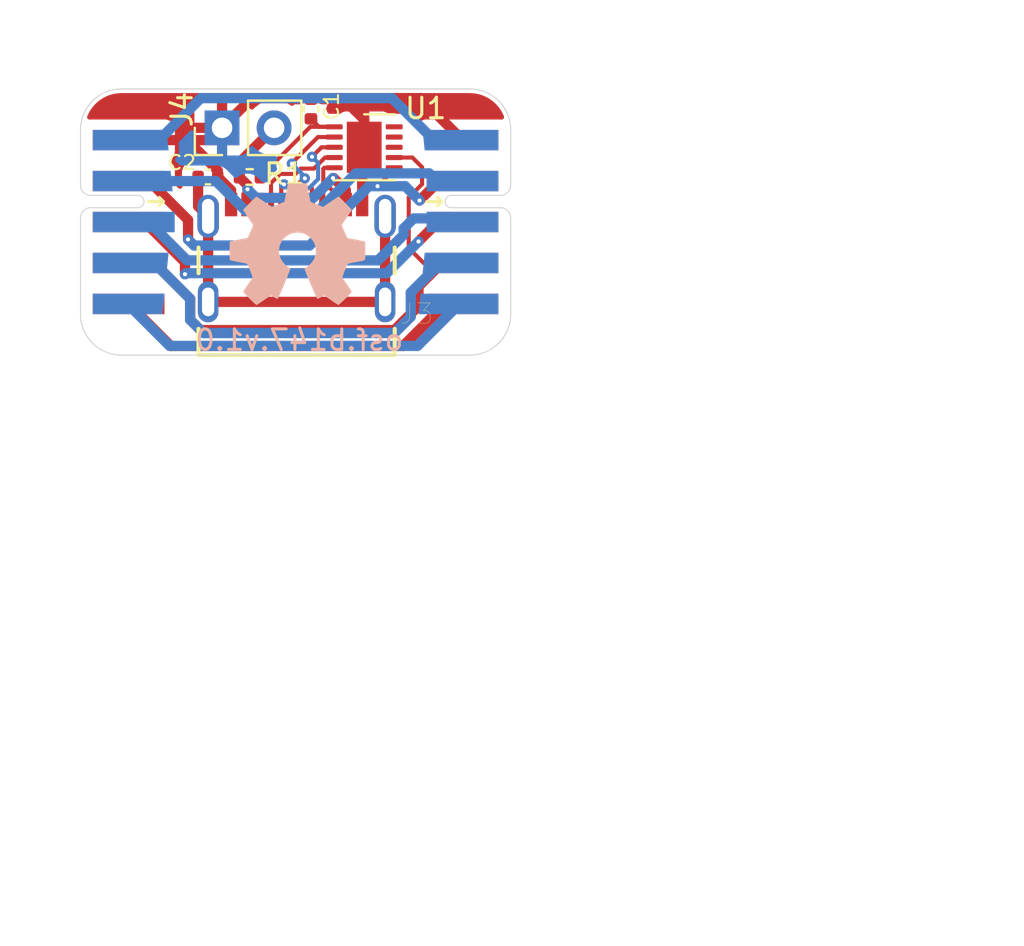
<source format=kicad_pcb>
(kicad_pcb (version 20221018) (generator pcbnew)
  (layers (0 "F.Cu" signal) (31 "B.Cu" signal) (34 "B.Paste" user) (35 "F.Paste" user) (36 "B.SilkS" user "B.Silkscreen") (37 "F.SilkS" user "F.Silkscreen") (38 "B.Mask" user) (39 "F.Mask" user) (44 "Edge.Cuts" user))
  (net 0 "")
  (net 1 "GND")
  (net 2 "Net-(J1-CS{slash}EN)")
  (net 3 "Net-(J1-INT)")
  (net 4 "Net-(J1-~{RESET})")
  (net 5 "Net-(J1-3.3V)")
  (net 6 "Net-(J1-5V)")
  (net 7 "Net-(U1-VIN)")
  (net 8 "/USB_PD/VBUS")
  (net 9 "/USB_PD/D+")
  (net 10 "/USB_PD/D-")
  (net 11 "/USB_PD/CC1")
  (net 12 "/USB_PD/CC2")
  (net 13 "/USB_PD/SDA")
  (net 14 "/USB_PD/SCL")
  (net 15 "/USB_PD/VSET")
  (net 16 "/USB_PD/ISET")
  (net 17 "/USB_PD/GATE")
  (net 18 "Net-(C2-Pad1)")
  (net 21 "Net-(J1-SCL)")
  (net 22 "Net-(J1-status)")
  (footprint "Package_DFN_QFN:DFN-10-1EP_3x3mm_P0.5mm_EP1.7x2.5mm" (layer "F.Cu") (at 153.85 92.85)
    (fp_text reference "U1" (at 3 -1.9) (layer "F.SilkS"))
    (fp_text value "HUSB238")
    (fp_line (start -1.5 1.61) (end 1.5 1.61) (stroke (width 0.12)) (layer "F.SilkS"))
    (fp_line (start 0 -1.61) (end 1.5 -1.61) (stroke (width 0.12)) (layer "F.SilkS"))
    (pad "1" smd roundrect (at -1.4625 -1) (size 0.825 0.25) (layers "F.Cu" "F.Paste" "F.Mask") (net 7 "Net-(U1-VIN)"))
    (pad "2" smd roundrect (at -1.4625 -0.5) (size 0.825 0.25) (layers "F.Cu" "F.Paste" "F.Mask") (net 9 "/USB_PD/D+"))
    (pad "3" smd roundrect (at -1.4625 0) (size 0.825 0.25) (layers "F.Cu" "F.Paste" "F.Mask") (net 10 "/USB_PD/D-"))
    (pad "4" smd roundrect (at -1.4625 0.5) (size 0.825 0.25) (layers "F.Cu" "F.Paste" "F.Mask") (net 11 "/USB_PD/CC1"))
    (pad "5" smd roundrect (at -1.4625 1) (size 0.825 0.25) (layers "F.Cu" "F.Paste" "F.Mask") (net 12 "/USB_PD/CC2"))
    (pad "6" smd roundrect (at 1.4625 1) (size 0.825 0.25) (layers "F.Cu" "F.Paste" "F.Mask") (net 13 "/USB_PD/SDA"))
    (pad "7" smd roundrect (at 1.4625 0.5) (size 0.825 0.25) (layers "F.Cu" "F.Paste" "F.Mask") (net 14 "/USB_PD/SCL"))
    (pad "8" smd roundrect (at 1.4625 0) (size 0.825 0.25) (layers "F.Cu" "F.Paste" "F.Mask") (net 15 "/USB_PD/VSET"))
    (pad "9" smd roundrect (at 1.4625 -0.5) (size 0.825 0.25) (layers "F.Cu" "F.Paste" "F.Mask") (net 16 "/USB_PD/ISET"))
    (pad "10" smd roundrect (at 1.4625 -1) (size 0.825 0.25) (layers "F.Cu" "F.Paste" "F.Mask") (net 17 "/USB_PD/GATE"))
    (pad "11" smd rect (at 0 0) (size 1.7 2.5) (layers "F.Cu" "F.Mask") (net 1 "GND"))
  )
  (footprint "Connector_PinHeader_2.54mm:PinHeader_1x02_P2.54mm_Vertical" (layer "F.Cu") (at 146.91 91.9 90)
    (fp_text reference "J4" (at 0.9 -1.96 90) (layer "F.SilkS"))
    (fp_text value "Conn_01x02_Pin")
    (fp_line (start -1.33 -1.33) (end 0 -1.33) (stroke (width 0.12)) (layer "F.SilkS"))
    (fp_line (start -1.33 0) (end -1.33 -1.33) (stroke (width 0.12)) (layer "F.SilkS"))
    (fp_line (start -1.33 1.27) (end -1.33 3.87) (stroke (width 0.12)) (layer "F.SilkS"))
    (fp_line (start -1.33 1.27) (end 1.33 1.27) (stroke (width 0.12)) (layer "F.SilkS"))
    (fp_line (start -1.33 3.87) (end 1.33 3.87) (stroke (width 0.12)) (layer "F.SilkS"))
    (fp_line (start 1.33 1.27) (end 1.33 3.87) (stroke (width 0.12)) (layer "F.SilkS"))
    (pad "1" thru_hole rect (at 0 0 90) (size 1.7 1.7) (drill 1) (layers "*.Cu" "*.Mask") (net 1 "GND"))
    (pad "2" thru_hole oval (at 0 2.54 90) (size 1.7 1.7) (drill 1) (layers "*.Cu" "*.Mask") (net 8 "/USB_PD/VBUS"))
  )
  (footprint "b051:GCT_USB4105-GF-A" (layer "F.Cu") (at 150.55 100.4)
    (fp_text reference "J3" (at 5.85 0.585 180) (layer "F.SilkS") (effects (font (thickness 0.015))))
    (fp_text value "USB4105-GF-A")
    (fp_line (start -4.79 -2.65) (end -4.79 -1.4) (stroke (width 0.2)) (layer "F.SilkS"))
    (fp_line (start -4.79 1.32) (end -4.79 2.6) (stroke (width 0.2)) (layer "F.SilkS"))
    (fp_line (start -4.79 2.6) (end 4.79 2.6) (stroke (width 0.2)) (layer "F.SilkS"))
    (fp_line (start 4.79 -2.65) (end 4.79 -1.4) (stroke (width 0.2)) (layer "F.SilkS"))
    (fp_line (start 4.79 2.6) (end 4.79 1.32) (stroke (width 0.2)) (layer "F.SilkS"))
    (pad "" np_thru_hole circle (at -2.89 -3.68) (size 0.65 0.65) (drill 0.65) (layers "*.Cu" "*.Mask"))
    (pad "" np_thru_hole circle (at 2.89 -3.68) (size 0.65 0.65) (drill 0.65) (layers "*.Cu" "*.Mask"))
    (pad "A1/B12" smd rect (at -3.2 -4.755) (size 0.6 1.15) (layers "F.Cu" "F.Paste" "F.Mask") (net 1 "GND"))
    (pad "A4/B9" smd rect (at -2.4 -4.755) (size 0.6 1.15) (layers "F.Cu" "F.Paste" "F.Mask") (net 8 "/USB_PD/VBUS"))
    (pad "A5" smd rect (at -1.25 -4.755) (size 0.3 1.15) (layers "F.Cu" "F.Paste" "F.Mask") (net 11 "/USB_PD/CC1"))
    (pad "A6" smd rect (at -0.25 -4.755) (size 0.3 1.15) (layers "F.Cu" "F.Paste" "F.Mask") (net 9 "/USB_PD/D+"))
    (pad "A7" smd rect (at 0.25 -4.755) (size 0.3 1.15) (layers "F.Cu" "F.Paste" "F.Mask") (net 10 "/USB_PD/D-"))
    (pad "A8" smd rect (at 1.25 -4.755) (size 0.3 1.15) (layers "F.Cu" "F.Paste" "F.Mask"))
    (pad "B1/A12" smd rect (at 3.2 -4.755) (size 0.6 1.15) (layers "F.Cu" "F.Paste" "F.Mask") (net 1 "GND"))
    (pad "B4/A9" smd rect (at 2.4 -4.755) (size 0.6 1.15) (layers "F.Cu" "F.Paste" "F.Mask") (net 8 "/USB_PD/VBUS"))
    (pad "B5" smd rect (at 1.75 -4.755) (size 0.3 1.15) (layers "F.Cu" "F.Paste" "F.Mask") (net 12 "/USB_PD/CC2"))
    (pad "B6" smd rect (at 0.75 -4.755) (size 0.3 1.15) (layers "F.Cu" "F.Paste" "F.Mask") (net 9 "/USB_PD/D+"))
    (pad "B7" smd rect (at -0.75 -4.755) (size 0.3 1.15) (layers "F.Cu" "F.Paste" "F.Mask") (net 10 "/USB_PD/D-"))
    (pad "B8" smd rect (at -1.75 -4.755) (size 0.3 1.15) (layers "F.Cu" "F.Paste" "F.Mask"))
    (pad "G1" thru_hole oval (at -4.32 0) (size 1 2) (drill oval 0.6 1.4) (layers "*.Cu" "*.Mask") (net 18 "Net-(C2-Pad1)"))
    (pad "G2" thru_hole oval (at 4.32 0) (size 1 2) (drill oval 0.6 1.4) (layers "*.Cu" "*.Mask") (net 18 "Net-(C2-Pad1)"))
    (pad "G3" thru_hole oval (at -4.32 -4.18) (size 1.05 2.1) (drill oval 0.6 1.7) (layers "*.Cu" "*.Mask") (net 18 "Net-(C2-Pad1)"))
    (pad "G4" thru_hole oval (at 4.32 -4.18) (size 1.05 2.1) (drill oval 0.6 1.7) (layers "*.Cu" "*.Mask") (net 18 "Net-(C2-Pad1)"))
  )
  (footprint "Capacitor_SMD:C_0402_1005Metric" (layer "F.Cu") (at 151.25 90.98 90)
    (fp_text reference "C1" (at 0.13 1 90) (layer "F.SilkS") (effects (font (size 0.7 0.7) (thickness 0.1))))
    (fp_text value "1uF")
    (fp_line (start -0.107836 -0.36) (end 0.107836 -0.36) (stroke (width 0.12)) (layer "F.SilkS"))
    (fp_line (start -0.107836 0.36) (end 0.107836 0.36) (stroke (width 0.12)) (layer "F.SilkS"))
    (pad "1" smd roundrect (at -0.48 0 90) (size 0.56 0.62) (layers "F.Cu" "F.Paste" "F.Mask") (net 7 "Net-(U1-VIN)"))
    (pad "2" smd roundrect (at 0.48 0 90) (size 0.56 0.62) (layers "F.Cu" "F.Paste" "F.Mask") (net 1 "GND"))
  )
  (footprint "on_edge:on_edge_2x05_device" (layer "F.Cu") (at 140 96.5 -90)
    (fp_text reference "J2")
    (fp_text value "001_I2C")
    (fp_line (start -1.2 -3.85) (end -1 -4.05) (stroke (width 0.153)) (layer "F.SilkS"))
    (fp_line (start -1 -4.05) (end -1 -3.323) (stroke (width 0.153)) (layer "F.SilkS"))
    (fp_line (start -1 -4.05) (end -0.8 -3.85) (stroke (width 0.153)) (layer "F.SilkS"))
    (fp_line (start -4 0) (end -1.8 0) (stroke (width 0.05)) (layer "Edge.Cuts"))
    (fp_line (start -1.3 -2.8) (end -1.3 -0.5) (stroke (width 0.05)) (layer "Edge.Cuts"))
    (fp_line (start -0.7 -0.5) (end -0.7 -2.8) (stroke (width 0.05)) (layer "Edge.Cuts"))
    (fp_line (start -0.2 0) (end 4 0) (stroke (width 0.05)) (layer "Edge.Cuts"))
    (fp_arc (start -1.3 -2.8) (mid -1 -3.1) (end -0.7 -2.8) (stroke (width 0.05)) (layer "Edge.Cuts"))
    (fp_arc (start -1.3 -0.5) (mid -1.446447 -0.146447) (end -1.8 0) (stroke (width 0.05)) (layer "Edge.Cuts"))
    (fp_arc (start -0.2 0) (mid -0.553553 -0.146447) (end -0.7 -0.5) (stroke (width 0.05)) (layer "Edge.Cuts"))
    (pad "1" smd rect (at -4 -2.35 90) (size 1 3.5) (layers "F.Cu" "F.Mask") (net 1 "GND"))
    (pad "2" smd rect (at -2 -2.35 270) (size 1 3.5) (layers "F.Cu" "F.Mask") (net 13 "/USB_PD/SDA"))
    (pad "3" smd rect (at 0 -2.35 270) (size 1 3.5) (layers "F.Cu" "F.Mask") (net 21 "Net-(J1-SCL)"))
    (pad "4" smd rect (at 2 -2.35 90) (size 1 3.5) (layers "F.Cu" "F.Mask") (net 14 "/USB_PD/SCL"))
    (pad "5" smd rect (at 4 -2.35 90) (size 1 3.5) (layers "F.Cu" "F.Mask") (net 3 "Net-(J1-INT)"))
    (pad "6" smd custom (at -4 -2.4 270) (size 1 3.6) (layers "B.Cu" "B.Mask") (net 2 "Net-(J1-CS{slash}EN)") (options (clearance outline) (anchor rect)) (primitives (gr_poly (pts (xy 0.5 -1.8) (xy 0.5 -1.9) (xy -0.5 -1.8)) (width 0) (fill yes))))
    (pad "7" smd custom (at -2 -2.1 270) (size 1 3) (layers "B.Cu" "B.Mask") (net 22 "Net-(J1-status)") (options (clearance outline) (anchor rect)) (primitives (gr_poly (pts (xy 0.3 -0.51) (xy 0.31 -0.62) (xy 0.33 -0.7) (xy 0.35 -0.76) (xy 0.37 -0.81) (xy 0.4 -0.86) (xy 0.44 -0.92) (xy 0.48 -0.97) (xy 0.5 -0.99) (xy 0.5 -2.4) (xy -0.5 -2.3) (xy -0.5 1.5) (xy 0.3 1.5)) (width 0) (fill yes))))
    (pad "8" smd rect (at 0 -2.6 270) (size 1 4) (layers "B.Cu" "B.Mask") (net 4 "Net-(J1-~{RESET})"))
    (pad "9" smd custom (at 2 -2.4 270) (size 1 3.6) (layers "B.Cu" "B.Mask") (net 5 "Net-(J1-3.3V)") (options (clearance outline) (anchor rect)) (primitives (gr_poly (pts (xy -0.5 -1.8) (xy -0.5 -1.9) (xy 0.5 -1.8)) (width 0) (fill yes))))
    (pad "10" smd custom (at 4 -2.3 270) (size 1 3.4) (layers "B.Cu" "B.Mask") (net 6 "Net-(J1-5V)") (options (clearance outline) (anchor rect)) (primitives (gr_poly (pts (xy -0.5 -1.7) (xy -0.5 -1.8) (xy 0.5 -1.7)) (width 0) (fill yes))))
    (zone (net 0) (net_name "") (layers "F&B.Cu") (connect_pads (clearance 0)) (min_thickness 0.254)
      (keepout (tracks allowed) (vias not_allowed) (pads allowed) (copperpour not_allowed) (footprints not_allowed))
      (fill (thermal_gap 0.508) (thermal_bridge_width 0.508))
      (polygon (pts (xy 140 101.5) (xy 140 91.5) (xy 144 91.5) (xy 144 101.5)))
    )
  )
  (footprint "Capacitor_SMD:C_0402_1005Metric" (layer "F.Cu") (at 146.22 94.3)
    (fp_text reference "C2" (at -1.27 -0.7) (layer "F.SilkS") (effects (font (size 0.7 0.7) (thickness 0.1))))
    (fp_text value "100pF")
    (fp_line (start -0.107836 -0.36) (end 0.107836 -0.36) (stroke (width 0.12)) (layer "F.SilkS"))
    (fp_line (start -0.107836 0.36) (end 0.107836 0.36) (stroke (width 0.12)) (layer "F.SilkS"))
    (pad "1" smd roundrect (at -0.48 0) (size 0.56 0.62) (layers "F.Cu" "F.Paste" "F.Mask") (net 18 "Net-(C2-Pad1)"))
    (pad "2" smd roundrect (at 0.48 0) (size 0.56 0.62) (layers "F.Cu" "F.Paste" "F.Mask") (net 1 "GND"))
  )
  (footprint "Resistor_SMD:R_0402_1005Metric" (layer "F.Cu") (at 148.26 94.3)
    (fp_text reference "R1" (at 1.69 -0.15) (layer "F.SilkS"))
    (fp_text value "10R")
    (fp_line (start -0.153641 -0.38) (end 0.153641 -0.38) (stroke (width 0.12)) (layer "F.SilkS"))
    (fp_line (start -0.153641 0.38) (end 0.153641 0.38) (stroke (width 0.12)) (layer "F.SilkS"))
    (pad "1" smd roundrect (at -0.51 0) (size 0.54 0.64) (layers "F.Cu" "F.Paste" "F.Mask") (net 8 "/USB_PD/VBUS"))
    (pad "2" smd roundrect (at 0.51 0) (size 0.54 0.64) (layers "F.Cu" "F.Paste" "F.Mask") (net 7 "Net-(U1-VIN)"))
  )
  (footprint "on_edge:on_edge_2x05_host" (layer "F.Cu") (at 161 96.5 -90)
    (fp_text reference "J1")
    (fp_text value "001_I2C")
    (fp_line (start -1 3.373) (end -1.2 3.573) (stroke (width 0.153)) (layer "F.SilkS"))
    (fp_line (start -1 4.1) (end -1 3.373) (stroke (width 0.153)) (layer "F.SilkS"))
    (fp_line (start -0.8 3.573) (end -1 3.373) (stroke (width 0.153)) (layer "F.SilkS"))
    (fp_line (start -4 0) (end -1.8 0) (stroke (width 0.05)) (layer "Edge.Cuts"))
    (fp_line (start -1.3 0.5) (end -1.3 2.9) (stroke (width 0.05)) (layer "Edge.Cuts"))
    (fp_line (start -0.7 2.9) (end -0.7 0.5) (stroke (width 0.05)) (layer "Edge.Cuts"))
    (fp_line (start -0.2 0) (end 4 0) (stroke (width 0.05)) (layer "Edge.Cuts"))
    (fp_arc (start -1.8 0) (mid -1.446447 0.146447) (end -1.3 0.5) (stroke (width 0.05)) (layer "Edge.Cuts"))
    (fp_arc (start -0.7 0.5) (mid -0.553553 0.146447) (end -0.2 0) (stroke (width 0.05)) (layer "Edge.Cuts"))
    (fp_arc (start -0.7 2.9) (mid -1 3.2) (end -1.3 2.9) (stroke (width 0.05)) (layer "Edge.Cuts"))
    (pad "1" smd rect (at -4 2.35 270) (size 1 3.5) (layers "F.Cu" "F.Mask") (net 1 "GND"))
    (pad "2" smd rect (at -2 2.35 270) (size 1 3.5) (layers "F.Cu" "F.Mask") (net 13 "/USB_PD/SDA"))
    (pad "3" smd rect (at 0 2.35 270) (size 1 3.5) (layers "F.Cu" "F.Mask") (net 21 "Net-(J1-SCL)"))
    (pad "4" smd rect (at 2 2.35 270) (size 1 3.5) (layers "F.Cu" "F.Mask") (net 14 "/USB_PD/SCL"))
    (pad "5" smd rect (at 4 2.35 270) (size 1 3.5) (layers "F.Cu" "F.Mask") (net 3 "Net-(J1-INT)"))
    (pad "6" smd custom (at -4 2.4 90) (size 1 3.6) (layers "B.Cu" "B.Mask") (net 2 "Net-(J1-CS{slash}EN)") (options (clearance outline) (anchor rect)) (primitives (gr_poly (pts (xy 0.5 -1.8) (xy -0.5 -1.8) (xy 0.5 -1.9)) (width 0) (fill yes))))
    (pad "7" smd rect (at -2 2.35 90) (size 1 3.5) (layers "B.Cu" "B.Mask") (net 22 "Net-(J1-status)"))
    (pad "8" smd rect (at 0 2.35 90) (size 1 3.5) (layers "B.Cu" "B.Mask") (net 4 "Net-(J1-~{RESET})"))
    (pad "9" smd custom (at 2 2.4 90) (size 1 3.6) (layers "B.Cu" "B.Mask") (net 5 "Net-(J1-3.3V)") (options (clearance outline) (anchor rect)) (primitives (gr_poly (pts (xy 0.5 -1.8) (xy -0.5 -1.8) (xy -0.5 -1.9)) (width 0) (fill yes))))
    (pad "10" smd custom (at 4 2.5 90) (size 1 3.8) (layers "B.Cu" "B.Mask") (net 6 "Net-(J1-5V)") (options (clearance outline) (anchor rect)) (primitives (gr_poly (pts (xy 0.5 -1.9) (xy -0.5 -1.9) (xy -0.5 -2)) (width 0) (fill yes))))
    (zone (net 0) (net_name "") (layers "F&B.Cu") (connect_pads (clearance 0)) (min_thickness 0.254)
      (keepout (tracks allowed) (vias not_allowed) (pads allowed) (copperpour not_allowed) (footprints not_allowed))
      (fill (thermal_gap 0.508) (thermal_bridge_width 0.508))
      (polygon (pts (xy 157 101.5) (xy 157 91.5) (xy 161 91.5) (xy 161 101.5)))
    )
  )
  (footprint "Symbol:OSHW-Symbol_6.7x6mm_SilkScreen" (layer "B.Cu") (at 150.6 97.6 180)
    (fp_text reference "LOGO1" hide)
    (fp_text value "Logo_Open_Hardware_Small" hide)
    (fp_poly (pts (xy 0.555814 2.531069) (xy 0.639635 2.086445) (xy 0.94892 1.958947) (xy 1.258206 1.831449) (xy 1.629246 2.083754) (xy 1.733157 2.154004) (xy 1.827087 2.216728) (xy 1.906652 2.269062) (xy 1.96747 2.308143) (xy 2.005157 2.331107) (xy 2.015421 2.336058) (xy 2.03391 2.323324) (xy 2.07342 2.288118) (xy 2.129522 2.234938) (xy 2.197787 2.168282) (xy 2.273786 2.092646) (xy 2.353092 2.012528) (xy 2.431275 1.932426) (xy 2.503907 1.856836) (xy 2.566559 1.790255) (xy 2.614803 1.737182) (xy 2.64421 1.702113) (xy 2.651241 1.690377) (xy 2.641123 1.66874) (xy 2.612759 1.621338) (xy 2.569129 1.552807) (xy 2.513218 1.467785) (xy 2.448006 1.370907) (xy 2.410219 1.31565) (xy 2.341343 1.214752) (xy 2.28014 1.123701) (xy 2.229578 1.04703) (xy 2.192628 0.989272) (xy 2.172258 0.954957) (xy 2.169197 0.947746) (xy 2.176136 0.927252) (xy 2.195051 0.879487) (xy 2.223087 0.811168) (xy 2.257391 0.729011) (xy 2.295109 0.63973) (xy 2.333387 0.550042) (xy 2.36937 0.466662) (xy 2.400206 0.396306) (xy 2.423039 0.34569) (xy 2.435017 0.321529) (xy 2.435724 0.320578) (xy 2.454531 0.315964) (xy 2.504618 0.305672) (xy 2.580793 0.290713) (xy 2.677865 0.272099) (xy 2.790643 0.250841) (xy 2.856442 0.238582) (xy 2.97695 0.215638) (xy 3.085797 0.193805) (xy 3.177476 0.174278) (xy 3.246481 0.158252) (xy 3.287304 0.146921) (xy 3.295511 0.143326) (xy 3.303548 0.118994) (xy 3.310033 0.064041) (xy 3.31497 -0.015108) (xy 3.318364 -0.112026) (xy 3.320218 -0.220287) (xy 3.320538 -0.333465) (xy 3.319327 -0.445135) (xy 3.31659 -0.548868) (xy 3.312331 -0.638241) (xy 3.306555 -0.706826) (xy 3.299267 -0.748197) (xy 3.294895 -0.75681) (xy 3.268764 -0.767133) (xy 3.213393 -0.781892) (xy 3.136107 -0.799352) (xy 3.04423 -0.81778) (xy 3.012158 -0.823741) (xy 2.857524 -0.852066) (xy 2.735375 -0.874876) (xy 2.641673 -0.89308) (xy 2.572384 -0.907583) (xy 2.523471 -0.919292) (xy 2.490897 -0.929115) (xy 2.470628 -0.937956) (xy 2.458626 -0.946724) (xy 2.456947 -0.948457) (xy 2.440184 -0.976371) (xy 2.414614 -1.030695) (xy 2.382788 -1.104777) (xy 2.34726 -1.191965) (xy 2.310583 -1.285608) (xy 2.275311 -1.379052) (xy 2.243996 -1.465647) (xy 2.219193 -1.53874) (xy 2.203454 -1.591678) (xy 2.199332 -1.617811) (xy 2.199676 -1.618726) (xy 2.213641 -1.640086) (xy 2.245322 -1.687084) (xy 2.291391 -1.754827) (xy 2.348518 -1.838423) (xy 2.413373 -1.932982) (xy 2.431843 -1.959854) (xy 2.497699 -2.057275) (xy 2.55565 -2.146163) (xy 2.602538 -2.221412) (xy 2.635207 -2.27792) (xy 2.6505 -2.310581) (xy 2.651241 -2.314593) (xy 2.638392 -2.335684) (xy 2.602888 -2.377464) (xy 2.549293 -2.435445) (xy 2.482171 -2.505135) (xy 2.406087 -2.582045) (xy 2.325604 -2.661683) (xy 2.245287 -2.739561) (xy 2.169699 -2.811186) (xy 2.103405 -2.87207) (xy 2.050969 -2.917721) (xy 2.016955 -2.94365) (xy 2.007545 -2.947883) (xy 1.985643 -2.937912) (xy 1.9408 -2.91102) (xy 1.880321 -2.871736) (xy 1.833789 -2.840117) (xy 1.749475 -2.782098) (xy 1.649626 -2.713784) (xy 1.549473 -2.645579) (xy 1.495627 -2.609075) (xy 1.313371 -2.4858) (xy 1.160381 -2.56852) (xy 1.090682 -2.604759) (xy 1.031414 -2.632926) (xy 0.991311 -2.648991) (xy 0.981103 -2.651226) (xy 0.968829 -2.634722) (xy 0.944613 -2.588082) (xy 0.910263 -2.515609) (xy 0.867588 -2.421606) (xy 0.818394 -2.310374) (xy 0.76449 -2.186215) (xy 0.707684 -2.053432) (xy 0.649782 -1.916327) (xy 0.592593 -1.779202) (xy 0.537924 -1.646358) (xy 0.487584 -1.522098) (xy 0.44338 -1.410725) (xy 0.407119 -1.316539) (xy 0.380609 -1.243844) (xy 0.365658 -1.196941) (xy 0.363254 -1.180833) (xy 0.382311 -1.160286) (xy 0.424036 -1.126933) (xy 0.479706 -1.087702) (xy 0.484378 -1.084599) (xy 0.628264 -0.969423) (xy 0.744283 -0.835053) (xy 0.83143 -0.685784) (xy 0.888699 -0.525913) (xy 0.915086 -0.359737) (xy 0.909585 -0.191552) (xy 0.87119 -0.025655) (xy 0.798895 0.133658) (xy 0.777626 0.168513) (xy 0.666996 0.309263) (xy 0.536302 0.422286) (xy 0.390064 0.506997) (xy 0.232808 0.562806) (xy 0.069057 0.589126) (xy -0.096667 0.58537) (xy -0.259838 0.55095) (xy -0.415935 0.485277) (xy -0.560433 0.387765) (xy -0.605131 0.348187) (xy -0.718888 0.224297) (xy -0.801782 0.093876) (xy -0.858644 -0.052315) (xy -0.890313 -0.197088) (xy -0.898131 -0.35986) (xy -0.872062 -0.52344) (xy -0.814755 -0.682298) (xy -0.728856 -0.830906) (xy -0.617014 -0.963735) (xy -0.481877 -1.075256) (xy -0.464117 -1.087011) (xy -0.40785 -1.125508) (xy -0.365077 -1.158863) (xy -0.344628 -1.18016) (xy -0.344331 -1.180833) (xy -0.348721 -1.203871) (xy -0.366124 -1.256157) (xy -0.394732 -1.33339) (xy -0.432735 -1.431268) (xy -0.478326 -1.545491) (xy -0.529697 -1.671758) (xy -0.585038 -1.805767) (xy -0.642542 -1.943218) (xy -0.700399 -2.079808) (xy -0.756802 -2.211237) (xy -0.809942 -2.333205) (xy -0.85801 -2.441409) (xy -0.899199 -2.531549) (xy -0.931699 -2.599323) (xy -0.953703 -2.64043) (xy -0.962564 -2.651226) (xy -0.98964 -2.642819) (xy -1.040303 -2.620272) (xy -1.105817 -2.587613) (xy -1.141841 -2.56852) (xy -1.294832 -2.4858) (xy -1.477088 -2.609075) (xy -1.570125 -2.672228) (xy -1.671985 -2.741727) (xy -1.767438 -2.807165) (xy -1.81525 -2.840117) (xy -1.882495 -2.885273) (xy -1.939436 -2.921057) (xy -1.978646 -2.942938) (xy -1.991381 -2.947563) (xy -2.009917 -2.935085) (xy -2.050941 -2.900252) (xy -2.110475 -2.846678) (xy -2.184542 -2.777983) (xy -2.269165 -2.697781) (xy -2.322685 -2.646286) (xy -2.416319 -2.554286) (xy -2.497241 -2.471999) (xy -2.562177 -2.402945) (xy -2.607858 -2.350644) (xy -2.631011 -2.318616) (xy -2.633232 -2.312116) (xy -2.622924 -2.287394) (xy -2.594439 -2.237405) (xy -2.550937 -2.167212) (xy -2.495577 -2.081875) (xy -2.43152 -1.986456) (xy -2.413303 -1.959854) (xy -2.346927 -1.863167) (xy -2.287378 -1.776117) (xy -2.237984 -1.703595) (xy -2.202075 -1.650493) (xy -2.182981 -1.621703) (xy -2.181136 -1.618726) (xy -2.183895 -1.595782) (xy -2.198538 -1.545336) (xy -2.222513 -1.474041) (xy -2.253266 -1.388547) (xy -2.288244 -1.295507) (xy -2.324893 -1.201574) (xy -2.360661 -1.113399) (xy -2.392994 -1.037634) (xy -2.419338 -0.980931) (xy -2.437142 -0.949943) (xy -2.438407 -0.948457) (xy -2.449294 -0.939601) (xy -2.467682 -0.930843) (xy -2.497606 -0.921277) (xy -2.543103 -0.909996) (xy -2.608209 -0.896093) (xy -2.696961 -0.878663) (xy -2.813393 -0.856798) (xy -2.961542 -0.829591) (xy -2.993618 -0.823741) (xy -3.088686 -0.805374) (xy -3.171565 -0.787405) (xy -3.23493 -0.771569) (xy -3.271458 -0.7596) (xy -3.276356 -0.75681) (xy -3.284427 -0.732072) (xy -3.290987 -0.67679) (xy -3.296033 -0.597389) (xy -3.299559 -0.500296) (xy -3.301561 -0.391938) (xy -3.302036 -0.27874) (xy -3.300977 -0.167128) (xy -3.298382 -0.063529) (xy -3.294246 0.025632) (xy -3.288563 0.093928) (xy -3.281331 0.134934) (xy -3.276971 0.143326) (xy -3.252698 0.151792) (xy -3.197426 0.165565) (xy -3.116662 0.18345) (xy -3.015912 0.204252) (xy -2.900683 0.226777) (xy -2.837902 0.238582) (xy -2.718787 0.260849) (xy -2.612565 0.281021) (xy -2.524427 0.298085) (xy -2.459566 0.311031) (xy -2.423174 0.318845) (xy -2.417184 0.320578) (xy -2.407061 0.34011) (xy -2.385662 0.387157) (xy -2.355839 0.454997) (xy -2.320445 0.536909) (xy -2.282332 0.626172) (xy -2.244353 0.716065) (xy -2.20936 0.799865) (xy -2.180206 0.870853) (xy -2.159743 0.922306) (xy -2.150823 0.947503) (xy -2.150657 0.948604) (xy -2.160769 0.968481) (xy -2.189117 1.014223) (xy -2.232723 1.081283) (xy -2.288606 1.165116) (xy -2.353787 1.261174) (xy -2.391679 1.31635) (xy -2.460725 1.417519) (xy -2.52205 1.50937) (xy -2.572663 1.587256) (xy -2.609571 1.646531) (xy -2.629782 1.682549) (xy -2.632701 1.690623) (xy -2.620153 1.709416) (xy -2.585463 1.749543) (xy -2.533063 1.806507) (xy -2.467384 1.875815) (xy -2.392856 1.952969) (xy -2.313913 2.033475) (xy -2.234983 2.112837) (xy -2.1605 2.18656) (xy -2.094894 2.250148) (xy -2.042596 2.299106) (xy -2.008039 2.328939) (xy -1.996478 2.336058) (xy -1.977654 2.326047) (xy -1.932631 2.297922) (xy -1.865787 2.254546) (xy -1.781499 2.198782) (xy -1.684144 2.133494) (xy -1.610707 2.083754) (xy -1.239667 1.831449) (xy -0.621095 2.086445) (xy -0.537275 2.531069) (xy -0.453454 2.975693) (xy 0.471994 2.975693) (xy 0.555814 2.531069)) (stroke (width 0.01)) (fill solid) (layer "B.SilkS"))
  )
  (gr_line (start 161 101) (end 161 100.5) (stroke (width 0.05)) (layer "Edge.Cuts"))
  (gr_line (start 140 101) (end 140 100.5) (stroke (width 0.05)) (layer "Edge.Cuts"))
  (gr_line (start 142 90) (end 159 90) (stroke (width 0.05)) (layer "Edge.Cuts"))
  (gr_arc (start 161 101) (mid 160.414214 102.414214) (end 159 103) (stroke (width 0.05)) (layer "Edge.Cuts"))
  (gr_line (start 159 103) (end 142 103) (stroke (width 0.05)) (layer "Edge.Cuts"))
  (gr_arc (start 159 90) (mid 160.414214 90.585786) (end 161 92) (stroke (width 0.05)) (layer "Edge.Cuts"))
  (gr_arc (start 142 103) (mid 140.585786 102.414214) (end 140 101) (stroke (width 0.05)) (layer "Edge.Cuts"))
  (gr_line (start 161 92.5) (end 161 92) (stroke (width 0.05)) (layer "Edge.Cuts"))
  (gr_line (start 140 92.5) (end 140 92) (stroke (width 0.05)) (layer "Edge.Cuts"))
  (gr_arc (start 140 92) (mid 140.585786 90.585786) (end 142 90) (stroke (width 0.05)) (layer "Edge.Cuts"))
  (gr_text "osf.b147.v1.0" (at 155.85 102.85) (layer "B.SilkS") (effects (font (size 1 1)) (justify left bottom mirror)))
  (segment (start 154 90.45) (end 153.4 91.05) (width 0.5) (layer "F.Cu") (net 1))
  (segment (start 158.65 92.5) (end 156.6 90.45) (width 0.5) (layer "F.Cu") (net 1))
  (segment (start 145.209999 92.5) (end 142.35 92.5) (width 0.5) (layer "F.Cu") (net 1))
  (segment (start 152.8 90.45) (end 148.36 90.45) (width 0.5) (layer "F.Cu") (net 1))
  (segment (start 146.31 92.5) (end 145.209999 92.5) (width 0.5) (layer "F.Cu") (net 1))
  (segment (start 153.4 91.05) (end 152.8 90.45) (width 0.5) (layer "F.Cu") (net 1))
  (segment (start 153.75 95.645) (end 153.75 92.95) (width 0.5) (layer "F.Cu") (net 1))
  (segment (start 153.85 91.5) (end 153.4 91.05) (width 0.5) (layer "F.Cu") (net 1))
  (segment (start 147.35 94.95) (end 146.7 94.3) (width 0.5) (layer "F.Cu") (net 1))
  (segment (start 153.85 92.85) (end 153.85 91.5) (width 0.5) (layer "F.Cu") (net 1))
  (segment (start 146.7 94.3) (end 146.7 93.990001) (width 0.5) (layer "F.Cu") (net 1))
  (segment (start 156.6 90.45) (end 154 90.45) (width 0.5) (layer "F.Cu") (net 1))
  (segment (start 153.75 92.95) (end 153.85 92.85) (width 0.5) (layer "F.Cu") (net 1))
  (segment (start 147.35 95.645) (end 147.35 94.95) (width 0.5) (layer "F.Cu") (net 1))
  (segment (start 148.36 90.45) (end 146.31 92.5) (width 0.5) (layer "F.Cu") (net 1))
  (segment (start 146.7 93.990001) (end 145.209999 92.5) (width 0.5) (layer "F.Cu") (net 1))
  (segment (start 143.825 92.5) (end 142.4 92.5) (width 0.5) (layer "B.Cu") (net 2))
  (segment (start 158.6 92.5) (end 157.25 92.5) (width 0.5) (layer "B.Cu") (net 2))
  (segment (start 155.2 90.45) (end 145.875 90.45) (width 0.5) (layer "B.Cu") (net 2))
  (segment (start 145.875 90.45) (end 143.825 92.5) (width 0.5) (layer "B.Cu") (net 2))
  (segment (start 157.25 92.5) (end 155.2 90.45) (width 0.5) (layer "B.Cu") (net 2))
  (segment (start 155.75 102.55) (end 144.4 102.55) (width 0.5) (layer "F.Cu") (net 3))
  (segment (start 157.8 100.5) (end 155.75 102.55) (width 0.5) (layer "F.Cu") (net 3))
  (segment (start 144.4 102.55) (end 142.35 100.5) (width 0.5) (layer "F.Cu") (net 3))
  (segment (start 158.65 100.5) (end 157.8 100.5) (width 0.5) (layer "F.Cu") (net 3))
  (segment (start 158.473018 96.323018) (end 156.26418 96.323018) (width 0.5) (layer "B.Cu") (net 4))
  (segment (start 154.527 98.373) (end 145.20616 98.373) (width 0.5) (layer "B.Cu") (net 4))
  (segment (start 155.772 96.815198) (end 155.772 97.128) (width 0.5) (layer "B.Cu") (net 4))
  (segment (start 143.33316 96.5) (end 142.6 96.5) (width 0.5) (layer "B.Cu") (net 4))
  (segment (start 155.772 97.128) (end 154.527 98.373) (width 0.5) (layer "B.Cu") (net 4))
  (segment (start 156.26418 96.323018) (end 155.772 96.815198) (width 0.5) (layer "B.Cu") (net 4))
  (segment (start 158.65 96.5) (end 158.473018 96.323018) (width 0.5) (layer "B.Cu") (net 4))
  (segment (start 145.20616 98.373) (end 143.33316 96.5) (width 0.5) (layer "B.Cu") (net 4))
  (segment (start 146 101.923) (end 155.327 101.923) (width 0.5) (layer "B.Cu") (net 5))
  (segment (start 142.4 98.5) (end 143.6 98.5) (width 0.5) (layer "B.Cu") (net 5))
  (segment (start 145.35 100.25) (end 145.35 101.273) (width 0.5) (layer "B.Cu") (net 5))
  (segment (start 143.6 98.5) (end 145.35 100.25) (width 0.5) (layer "B.Cu") (net 5))
  (segment (start 145.35 101.273) (end 146 101.923) (width 0.5) (layer "B.Cu") (net 5))
  (segment (start 157.566842 98.5) (end 158.6 98.5) (width 0.5) (layer "B.Cu") (net 5))
  (segment (start 156.123 99.943842) (end 157.566842 98.5) (width 0.5) (layer "B.Cu") (net 5))
  (segment (start 156.123 101.127) (end 156.123 99.943842) (width 0.5) (layer "B.Cu") (net 5))
  (segment (start 155.327 101.923) (end 156.123 101.127) (width 0.5) (layer "B.Cu") (net 5))
  (segment (start 156.45 102.55) (end 144.35 102.55) (width 0.5) (layer "B.Cu") (net 6))
  (segment (start 158.5 100.5) (end 156.45 102.55) (width 0.5) (layer "B.Cu") (net 6))
  (segment (start 144.35 102.55) (end 142.3 100.5) (width 0.5) (layer "B.Cu") (net 6))
  (segment (start 151.64 91.85) (end 151.25 91.46) (width 0.2) (layer "F.Cu") (net 7))
  (segment (start 151.9 91.85) (end 151.64 91.85) (width 0.2) (layer "F.Cu") (net 7))
  (segment (start 152.3875 91.85) (end 151.9 91.85) (width 0.2) (layer "F.Cu") (net 7))
  (segment (start 151.22 91.85) (end 151.9 91.85) (width 0.2) (layer "F.Cu") (net 7))
  (segment (start 148.77 94.3) (end 151.22 91.85) (width 0.2) (layer "F.Cu") (net 7))
  (segment (start 148.15 95.645) (end 148.15 94.9) (width 0.5) (layer "F.Cu") (net 8))
  (segment (start 147.75 93.6) (end 149.45 91.9) (width 0.5) (layer "F.Cu") (net 8))
  (segment (start 152.95 94.94142) (end 152.36008 94.3515) (width 0.5) (layer "F.Cu") (net 8))
  (segment (start 148.15 94.7) (end 147.75 94.3) (width 0.5) (layer "F.Cu") (net 8))
  (segment (start 152.36008 94.3515) (end 152.3265 94.3515) (width 0.5) (layer "F.Cu") (net 8))
  (segment (start 152.95 95.645) (end 152.95 94.94142) (width 0.5) (layer "F.Cu") (net 8))
  (segment (start 147.75 94.3) (end 147.75 93.6) (width 0.5) (layer "F.Cu") (net 8))
  (segment (start 148.15 94.9) (end 148.15 94.7) (width 0.5) (layer "F.Cu") (net 8))
  (via (at 152.3265 94.3515) (size 0.5) (drill 0.2) (layers "F.Cu" "B.Cu") (net 8))
  (via (at 148.15 94.9) (size 0.5) (drill 0.2) (layers "F.Cu" "B.Cu") (net 8))
  (segment (start 151.357501 95.320499) (end 148.570499 95.320499) (width 0.5) (layer "B.Cu") (net 8))
  (segment (start 148.570499 95.320499) (end 148.15 94.9) (width 0.5) (layer "B.Cu") (net 8))
  (segment (start 152.3265 94.3515) (end 151.357501 95.320499) (width 0.5) (layer "B.Cu") (net 8))
  (segment (start 150.318548 93.62055) (end 151.589098 92.35) (width 0.2) (layer "F.Cu") (net 9))
  (segment (start 151.589098 92.35) (end 152.3875 92.35) (width 0.2) (layer "F.Cu") (net 9))
  (segment (start 150.423 94.843) (end 150.3 94.966) (width 0.2) (layer "F.Cu") (net 9))
  (segment (start 150.899001 94.366999) (end 150.3 94.966) (width 0.2) (layer "F.Cu") (net 9))
  (segment (start 150.95 94.366999) (end 150.899001 94.366999) (width 0.2) (layer "F.Cu") (net 9))
  (segment (start 151.273 94.843) (end 150.423 94.843) (width 0.2) (layer "F.Cu") (net 9))
  (segment (start 150.3 94.966) (end 150.3 95.645) (width 0.2) (layer "F.Cu") (net 9))
  (segment (start 151.3 95.645) (end 151.3 94.87) (width 0.2) (layer "F.Cu") (net 9))
  (segment (start 150.318548 93.649998) (end 150.318548 93.62055) (width 0.2) (layer "F.Cu") (net 9))
  (segment (start 151.3 94.87) (end 151.273 94.843) (width 0.2) (layer "F.Cu") (net 9))
  (via (at 150.95 94.366999) (size 0.5) (drill 0.2) (layers "F.Cu" "B.Cu") (net 9))
  (via (at 150.318548 93.649998) (size 0.5) (drill 0.2) (layers "F.Cu" "B.Cu") (net 9))
  (segment (start 150.8 94.13145) (end 150.8 94.216999) (width 0.2) (layer "B.Cu") (net 9))
  (segment (start 150.318548 93.649998) (end 150.8 94.13145) (width 0.2) (layer "B.Cu") (net 9))
  (segment (start 150.8 94.216999) (end 150.95 94.366999) (width 0.2) (layer "B.Cu") (net 9))
  (segment (start 150.55 96.45) (end 150.8 96.2) (width 0.2) (layer "F.Cu") (net 10))
  (segment (start 151.763678 92.85) (end 152.3875 92.85) (width 0.2) (layer "F.Cu") (net 10))
  (segment (start 149.8 95.645) (end 149.8 96.42) (width 0.2) (layer "F.Cu") (net 10))
  (segment (start 150.8 96.2) (end 150.8 95.645) (width 0.2) (layer "F.Cu") (net 10))
  (segment (start 149.83 96.45) (end 150.55 96.45) (width 0.2) (layer "F.Cu") (net 10))
  (segment (start 149.8 94.794847) (end 149.8 95.645) (width 0.2) (layer "F.Cu") (net 10))
  (segment (start 149.934172 94.660675) (end 149.8 94.794847) (width 0.2) (layer "F.Cu") (net 10))
  (segment (start 149.8 96.42) (end 149.83 96.45) (width 0.2) (layer "F.Cu") (net 10))
  (segment (start 151.300869 93.312809) (end 151.763678 92.85) (width 0.2) (layer "F.Cu") (net 10))
  (via (at 149.934172 94.660675) (size 0.5) (drill 0.2) (layers "F.Cu" "B.Cu") (net 10))
  (via (at 151.300869 93.312809) (size 0.5) (drill 0.2) (layers "F.Cu" "B.Cu") (net 10))
  (segment (start 151.159921 94.843499) (end 150.116996 94.843499) (width 0.2) (layer "B.Cu") (net 10))
  (segment (start 151.6 93.61194) (end 151.6 94.40342) (width 0.2) (layer "B.Cu") (net 10))
  (segment (start 151.6 94.40342) (end 151.159921 94.843499) (width 0.2) (layer "B.Cu") (net 10))
  (segment (start 150.116996 94.843499) (end 149.934172 94.660675) (width 0.2) (layer "B.Cu") (net 10))
  (segment (start 151.300869 93.312809) (end 151.6 93.61194) (width 0.2) (layer "B.Cu") (net 10))
  (segment (start 151.397553 93.889999) (end 150.75242 93.889999) (width 0.2) (layer "F.Cu") (net 11))
  (segment (start 149.75 94.15) (end 149.3 94.6) (width 0.2) (layer "F.Cu") (net 11))
  (segment (start 150.75242 93.889999) (end 150.492419 94.15) (width 0.2) (layer "F.Cu") (net 11))
  (segment (start 150.492419 94.15) (end 149.75 94.15) (width 0.2) (layer "F.Cu") (net 11))
  (segment (start 152.3875 93.35) (end 151.937552 93.35) (width 0.2) (layer "F.Cu") (net 11))
  (segment (start 151.937552 93.35) (end 151.397553 93.889999) (width 0.2) (layer "F.Cu") (net 11))
  (segment (start 149.3 94.6) (end 149.3 95.645) (width 0.2) (layer "F.Cu") (net 11))
  (segment (start 151.85 94.843) (end 152.177 94.843) (width 0.2) (layer "F.Cu") (net 12))
  (segment (start 152.3875 93.85) (end 151.9 93.85) (width 0.2) (layer "F.Cu") (net 12))
  (segment (start 151.85 93.9) (end 151.85 94.843) (width 0.2) (layer "F.Cu") (net 12))
  (segment (start 151.9 93.85) (end 151.85 93.9) (width 0.2) (layer "F.Cu") (net 12))
  (segment (start 152.177 94.843) (end 152.3 94.966) (width 0.2) (layer "F.Cu") (net 12))
  (segment (start 152.3 94.966) (end 152.3 95.645) (width 0.2) (layer "F.Cu") (net 12))
  (segment (start 156.55 95.45) (end 157.5 94.5) (width 0.5) (layer "F.Cu") (net 13))
  (segment (start 145.25 97.35) (end 145.25 96.396) (width 0.5) (layer "F.Cu") (net 13))
  (segment (start 143.354 94.5) (end 142.35 94.5) (width 0.5) (layer "F.Cu") (net 13))
  (segment (start 157.5 94.5) (end 158.65 94.5) (width 0.5) (layer "F.Cu") (net 13))
  (segment (start 145.25 96.396) (end 143.354 94.5) (width 0.5) (layer "F.Cu") (net 13))
  (segment (start 155.3125 93.9375) (end 155.3125 93.85) (width 0.2) (layer "F.Cu") (net 13))
  (segment (start 154.5 94.75) (end 155.3125 93.9375) (width 0.2) (layer "F.Cu") (net 13))
  (via (at 156.55 95.45) (size 0.5) (drill 0.2) (layers "F.Cu" "B.Cu") (net 13))
  (via (at 154.5 94.75) (size 0.5) (drill 0.2) (layers "F.Cu" "B.Cu") (net 13))
  (via (at 145.25 97.35) (size 0.5) (drill 0.2) (layers "F.Cu" "B.Cu") (net 13))
  (segment (start 156.55 95.45) (end 155.85 94.75) (width 0.5) (layer "B.Cu") (net 13))
  (segment (start 154.079 94.75) (end 151.182 97.647) (width 0.5) (layer "B.Cu") (net 13))
  (segment (start 151.182 97.647) (end 145.547 97.647) (width 0.5) (layer "B.Cu") (net 13))
  (segment (start 155.85 94.75) (end 154.5 94.75) (width 0.5) (layer "B.Cu") (net 13))
  (segment (start 154.5 94.75) (end 154.079 94.75) (width 0.5) (layer "B.Cu") (net 13))
  (segment (start 145.547 97.647) (end 145.25 97.35) (width 0.5) (layer "B.Cu") (net 13))
  (segment (start 145.353 101.276) (end 145.854 101.777) (width 0.5) (layer "F.Cu") (net 14))
  (segment (start 156.023 97.773) (end 156.023 95.30242) (width 0.2) (layer "F.Cu") (net 14))
  (segment (start 156.75 98.5) (end 156.023 97.773) (width 0.2) (layer "F.Cu") (net 14))
  (segment (start 158.65 98.5) (end 156.75 98.5) (width 0.2) (layer "F.Cu") (net 14))
  (segment (start 156.023 95.30242) (end 156.673 94.65242) (width 0.2) (layer "F.Cu") (net 14))
  (segment (start 156.5 100.6) (end 156.5 99.646) (width 0.5) (layer "F.Cu") (net 14))
  (segment (start 142.35 98.5) (end 143.6 98.5) (width 0.5) (layer "F.Cu") (net 14))
  (segment (start 145.353 100.253) (end 145.353 101.276) (width 0.5) (layer "F.Cu") (net 14))
  (segment (start 156.2 93.35) (end 155.3125 93.35) (width 0.2) (layer "F.Cu") (net 14))
  (segment (start 157.646 98.5) (end 158.65 98.5) (width 0.5) (layer "F.Cu") (net 14))
  (segment (start 155.323 101.777) (end 156.5 100.6) (width 0.5) (layer "F.Cu") (net 14))
  (segment (start 143.6 98.5) (end 145.353 100.253) (width 0.5) (layer "F.Cu") (net 14))
  (segment (start 156.673 93.823) (end 156.2 93.35) (width 0.2) (layer "F.Cu") (net 14))
  (segment (start 156.673 94.65242) (end 156.673 93.823) (width 0.2) (layer "F.Cu") (net 14))
  (segment (start 156.5 99.646) (end 157.646 98.5) (width 0.5) (layer "F.Cu") (net 14))
  (segment (start 145.854 101.777) (end 155.323 101.777) (width 0.5) (layer "F.Cu") (net 14))
  (segment (start 146.23 96.22) (end 146.23 100.4) (width 0.5) (layer "F.Cu") (net 18))
  (segment (start 145.74 95.73) (end 146.23 96.22) (width 0.5) (layer "F.Cu") (net 18))
  (segment (start 154.87 96.22) (end 154.87 100.4) (width 0.5) (layer "F.Cu") (net 18))
  (segment (start 145.74 94.3) (end 145.74 95.73) (width 0.5) (layer "F.Cu") (net 18))
  (segment (start 154.87 100.4) (end 146.23 100.4) (width 0.5) (layer "F.Cu") (net 18))
  (segment (start 145.1 98.463994) (end 143.136006 96.5) (width 0.5) (layer "F.Cu") (net 21))
  (segment (start 157.45 96.5) (end 158.65 96.5) (width 0.5) (layer "F.Cu") (net 21))
  (segment (start 145.1 99.05) (end 145.1 98.463994) (width 0.5) (layer "F.Cu") (net 21))
  (segment (start 156.5 97.45) (end 157.45 96.5) (width 0.5) (layer "F.Cu") (net 21))
  (segment (start 143.136006 96.5) (end 142.35 96.5) (width 0.5) (layer "F.Cu") (net 21))
  (via (at 156.5 97.45) (size 0.5) (drill 0.2) (layers "F.Cu" "B.Cu") (net 21))
  (via (at 145.1 99.05) (size 0.5) (drill 0.2) (layers "F.Cu" "B.Cu") (net 21))
  (segment (start 154.95 99) (end 156.5 97.45) (width 0.5) (layer "B.Cu") (net 21))
  (segment (start 145.15 99) (end 154.95 99) (width 0.5) (layer "B.Cu") (net 21))
  (segment (start 145.1 99.05) (end 145.15 99) (width 0.5) (layer "B.Cu") (net 21))
  (segment (start 158.65 94.5) (end 157.4 94.5) (width 0.5) (layer "B.Cu") (net 22))
  (segment (start 157.4 94.5) (end 157.023 94.123) (width 0.5) (layer "B.Cu") (net 22))
  (segment (start 148.054225 95.947499) (end 146.606726 94.5) (width 0.5) (layer "B.Cu") (net 22))
  (segment (start 157.023 94.123) (end 153.441712 94.123) (width 0.5) (layer "B.Cu") (net 22))
  (segment (start 153.441712 94.123) (end 151.617213 95.947499) (width 0.5) (layer "B.Cu") (net 22))
  (segment (start 146.606726 94.5) (end 142.1 94.5) (width 0.5) (layer "B.Cu") (net 22))
  (segment (start 151.617213 95.947499) (end 148.054225 95.947499) (width 0.5) (layer "B.Cu") (net 22))
  (zone (net 1) (net_name "GND") (layers "F&B.Cu") (connect_pads (clearance 0.508)) (min_thickness 0.25) (fill yes (thermal_gap 0.5) (thermal_bridge_width 0.5))
    (polygon (pts (xy 136.9 87.7) (xy 185.75 87.75) (xy 186.07 131.49) (xy 136.07 131.87)))
  )
)
</source>
